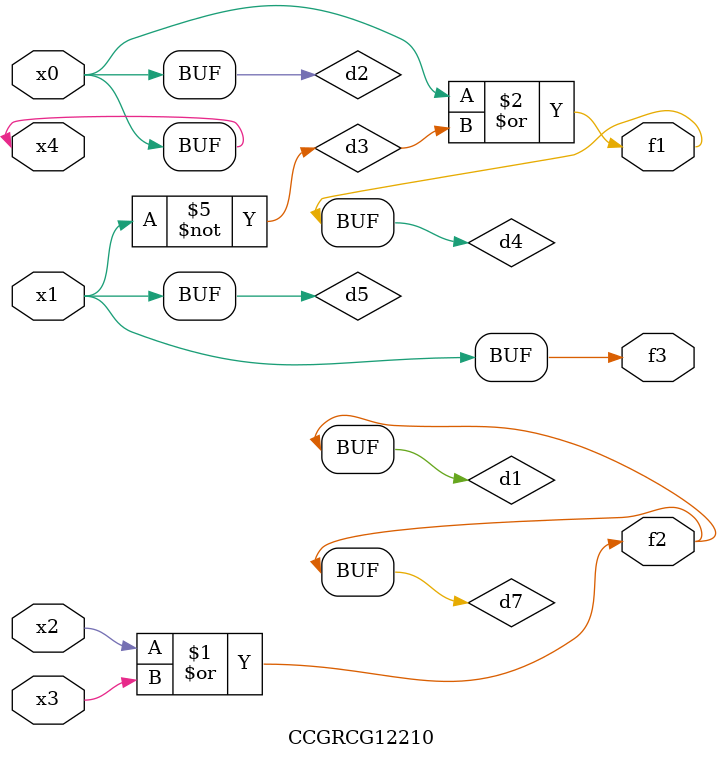
<source format=v>
module CCGRCG12210(
	input x0, x1, x2, x3, x4,
	output f1, f2, f3
);

	wire d1, d2, d3, d4, d5, d6, d7;

	or (d1, x2, x3);
	buf (d2, x0, x4);
	not (d3, x1);
	or (d4, d2, d3);
	not (d5, d3);
	nand (d6, d1, d3);
	or (d7, d1);
	assign f1 = d4;
	assign f2 = d7;
	assign f3 = d5;
endmodule

</source>
